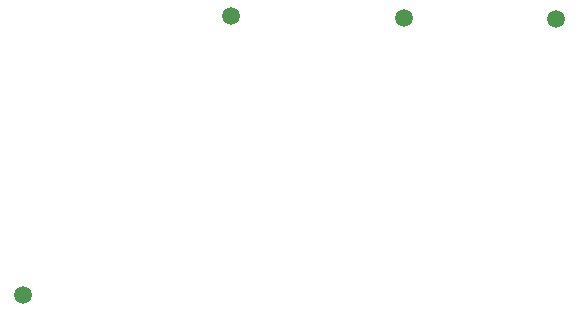
<source format=gbr>
%TF.GenerationSoftware,KiCad,Pcbnew,9.0.6*%
%TF.CreationDate,2025-11-11T12:39:38+02:00*%
%TF.ProjectId,picr_1_9tdi,70696372-5f31-45f3-9974-64692e6b6963,1*%
%TF.SameCoordinates,Original*%
%TF.FileFunction,NonPlated,1,4,NPTH,Drill*%
%TF.FilePolarity,Positive*%
%FSLAX46Y46*%
G04 Gerber Fmt 4.6, Leading zero omitted, Abs format (unit mm)*
G04 Created by KiCad (PCBNEW 9.0.6) date 2025-11-11 12:39:38*
%MOMM*%
%LPD*%
G01*
G04 APERTURE LIST*
%TA.AperFunction,ComponentDrill*%
%ADD10C,1.500000*%
%TD*%
G04 APERTURE END LIST*
D10*
%TO.C,U15*%
X71600000Y-94410000D03*
%TO.C,U10*%
X89245000Y-70835000D03*
%TO.C,U9*%
X103855000Y-70980000D03*
%TO.C,U11*%
X116775000Y-71100000D03*
M02*

</source>
